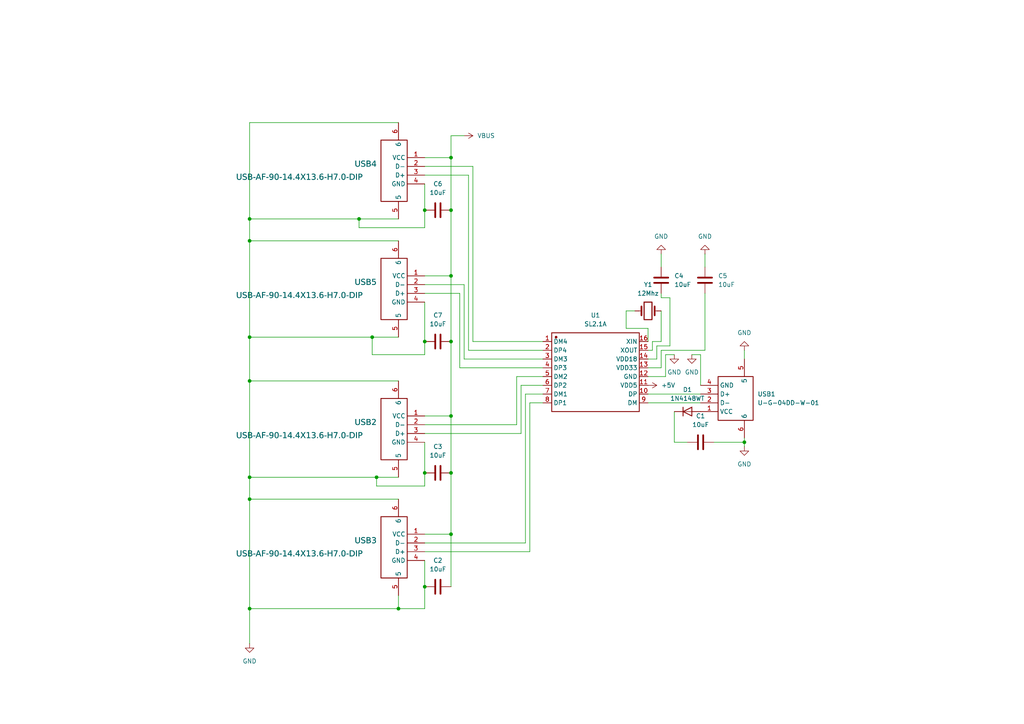
<source format=kicad_sch>
(kicad_sch (version 20250114) (generator "eeschema") (generator_version "9.0")
  (paper "A4")
  (lib_symbols
    (symbol "CoreChips SL2.1A:SL2.1A"
      (property "Reference" "U?" (at 0 0 0))
      (property "Value" "SL2.1A" (at 0 0 0))
      (symbol "SL2.1A_0_0"
        (rectangle (start -12.7 11.43) (end 12.7 -11.43) (stroke (width 0.254)))
        (circle (center -11.43 10.16) (radius 0.254) (stroke (width 0.254)) (fill (type outline)))
        (pin unspecified line (at -15.24 8.89 0) (length 2.54) (name "DM4") (number "1"))
        (pin unspecified line (at -15.24 6.35 0) (length 2.54) (name "DP4") (number "2"))
        (pin unspecified line (at -15.24 3.81 0) (length 2.54) (name "DM3") (number "3"))
        (pin unspecified line (at -15.24 1.27 0) (length 2.54) (name "DP3") (number "4"))
        (pin unspecified line (at -15.24 -1.27 0) (length 2.54) (name "DM2") (number "5"))
        (pin unspecified line (at -15.24 -3.81 0) (length 2.54) (name "DP2") (number "6"))
        (pin unspecified line (at -15.24 -6.35 0) (length 2.54) (name "DM1") (number "7"))
        (pin unspecified line (at -15.24 -8.89 0) (length 2.54) (name "DP1") (number "8"))
        (pin unspecified line (at 15.24 8.89 180) (length 2.54) (name "XIN") (number "16"))
        (pin unspecified line (at 15.24 6.35 180) (length 2.54) (name "XOUT") (number "15"))
        (pin unspecified line (at 15.24 3.81 180) (length 2.54) (name "VDD18") (number "14"))
        (pin unspecified line (at 15.24 1.27 180) (length 2.54) (name "VDD33") (number "13"))
        (pin unspecified line (at 15.24 -1.27 180) (length 2.54) (name "GND") (number "12"))
        (pin unspecified line (at 15.24 -3.81 180) (length 2.54) (name "VDD5") (number "11"))
        (pin unspecified line (at 15.24 -6.35 180) (length 2.54) (name "DP") (number "10"))
        (pin unspecified line (at 15.24 -8.89 180) (length 2.54) (name "DM") (number "9"))
      )
    )
    (symbol "Device:C" (pin_numbers (hide yes)) (pin_names (offset 0.254))
      (property "Reference" "C" (at 0.635 2.54 0))
      (property "Value" "C" (at 0.635 -2.54 0))
      (symbol "C_0_1"
        (polyline (pts (xy -2.032 0.762) (xy 2.032 0.762)) (stroke (width 0.508)))
        (polyline (pts (xy -2.032 -0.762) (xy 2.032 -0.762)) (stroke (width 0.508)))
      )
      (symbol "C_1_1"
        (pin passive line (at 0 3.81 270) (length 2.794) (name "~") (number "1"))
        (pin passive line (at 0 -3.81 90) (length 2.794) (name "~") (number "2"))
      )
    )
    (symbol "Device:Crystal" (pin_numbers (hide yes)) (pin_names (offset 1.016) (hide yes))
      (property "Reference" "Y" (at 0 3.81 0))
      (property "Value" "Crystal" (at 0 -3.81 0))
      (symbol "Crystal_0_1"
        (polyline (pts (xy -2.54 0) (xy -1.905 0)))
        (polyline (pts (xy -1.905 -1.27) (xy -1.905 1.27)) (stroke (width 0.508)))
        (rectangle (start -1.143 2.54) (end 1.143 -2.54) (stroke (width 0.3048)))
        (polyline (pts (xy 1.905 -1.27) (xy 1.905 1.27)) (stroke (width 0.508)))
        (polyline (pts (xy 2.54 0) (xy 1.905 0)))
      )
      (symbol "Crystal_1_1"
        (pin passive line (at -3.81 0 0) (length 1.27) (name "1") (number "1"))
        (pin passive line (at 3.81 0 180) (length 1.27) (name "2") (number "2"))
      )
    )
    (symbol "Diode:1N4148WT" (pin_numbers (hide yes)) (pin_names (hide yes))
      (property "Reference" "D" (at 0 2.54 0))
      (property "Value" "1N4148WT" (at 0 -2.54 0))
      (symbol "1N4148WT_0_1"
        (polyline (pts (xy -1.27 1.27) (xy -1.27 -1.27)) (stroke (width 0.254)))
        (polyline (pts (xy 1.27 1.27) (xy 1.27 -1.27) (xy -1.27 0) (xy 1.27 1.27)) (stroke (width 0.254)))
        (polyline (pts (xy 1.27 0) (xy -1.27 0)))
      )
      (symbol "1N4148WT_1_1"
        (pin passive line (at -3.81 0 0) (length 2.54) (name "K") (number "1"))
        (pin passive line (at 3.81 0 180) (length 2.54) (name "A") (number "2"))
      )
    )
    (symbol "Jing Extension of the Electronic Co. 903-131A1011D10100:USB-AF-90-14.4X13.6-H7.0-DIP"
      (property "Reference" "USB" (at -1.8034 12.3571 0))
      (property "Value" "USB-AF-90-14.4X13.6-H7.0-DIP" (at -1.8034 10.0711 0))
      (symbol "USB-AF-90-14.4X13.6-H7.0-DIP_0_0"
        (rectangle (start -7.62 7.62) (end 10.16 0) (stroke (width 0.254)))
        (pin unspecified line (at -12.7 2.54 0) (length 5.08) (name "5") (number "5"))
        (pin unspecified line (at -2.54 -5.08 90) (length 5.08) (name "GND") (number "4"))
        (pin unspecified line (at 0 -5.08 90) (length 5.08) (name "D+") (number "3"))
        (pin unspecified line (at 2.54 -5.08 90) (length 5.08) (name "D-") (number "2"))
        (pin unspecified line (at 5.08 -5.08 90) (length 5.08) (name "VCC") (number "1"))
        (pin unspecified line (at 15.24 2.54 180) (length 5.08) (name "6") (number "6"))
      )
    )
    (symbol "SCHLIB_U-G-04DD-W-01_2025-11-23:U-G-04DD-W-01"
      (property "Reference" "USB?" (at 0 0 0))
      (property "Value" "U-G-04DD-W-01" (at 0 0 0))
      (symbol "U-G-04DD-W-01_0_0"
        (rectangle (start -8.89 6.35) (end 1.27 -6.35) (stroke (width 0.254)))
        (pin unspecified line (at -6.35 11.43 270) (length 5.08) (name "6") (number "6"))
        (pin unspecified line (at -6.35 -11.43 90) (length 5.08) (name "5") (number "5"))
        (pin unspecified line (at 6.35 3.81 180) (length 5.08) (name "VCC") (number "1"))
        (pin unspecified line (at 6.35 1.27 180) (length 5.08) (name "D-") (number "2"))
        (pin unspecified line (at 6.35 -1.27 180) (length 5.08) (name "D+") (number "3"))
        (pin unspecified line (at 6.35 -3.81 180) (length 5.08) (name "GND") (number "4"))
      )
    )
    (symbol "power:+5V" (power) (pin_numbers (hide yes)) (pin_names (offset 0) (hide yes))
      (property "Value" "+5V" (at 0 3.556 0))
      (symbol "+5V_0_1"
        (polyline (pts (xy -0.762 1.27) (xy 0 2.54)))
        (polyline (pts (xy 0 2.54) (xy 0.762 1.27)))
        (polyline (pts (xy 0 0) (xy 0 2.54)))
      )
      (symbol "+5V_1_1"
        (pin power_in line (at 0 0 90) (length 0) (name "~") (number "1"))
      )
    )
    (symbol "power:GND" (power) (pin_numbers (hide yes)) (pin_names (offset 0) (hide yes))
      (property "Value" "GND" (at 0 -3.81 0))
      (symbol "GND_0_1"
        (polyline (pts (xy 0 0) (xy 0 -1.27) (xy 1.27 -1.27) (xy 0 -2.54) (xy -1.27 -1.27) (xy 0 -1.27)))
      )
      (symbol "GND_1_1"
        (pin power_in line (at 0 0 270) (length 0) (name "~") (number "1"))
      )
    )
    (symbol "power:VBUS" (power) (pin_numbers (hide yes)) (pin_names (offset 0) (hide yes))
      (property "Value" "VBUS" (at 0 3.556 0))
      (symbol "VBUS_0_1"
        (polyline (pts (xy -0.762 1.27) (xy 0 2.54)))
        (polyline (pts (xy 0 2.54) (xy 0.762 1.27)))
        (polyline (pts (xy 0 0) (xy 0 2.54)))
      )
      (symbol "VBUS_1_1"
        (pin power_in line (at 0 0 90) (length 0) (name "~") (number "1"))
      )
    )
  )
  (junction (at 123.19 170.18))
  (junction (at 130.81 60.96))
  (junction (at 130.81 80.01))
  (junction (at 72.39 97.79))
  (junction (at 72.39 110.49))
  (junction (at 72.39 63.5))
  (junction (at 72.39 138.43))
  (junction (at 123.19 99.06))
  (junction (at 123.19 137.16))
  (junction (at 72.39 69.85))
  (junction (at 72.39 144.78))
  (junction (at 130.81 137.16))
  (junction (at 107.95 97.79))
  (junction (at 115.57 176.53))
  (junction (at 104.14 63.5))
  (junction (at 130.81 154.94))
  (junction (at 130.81 120.65))
  (junction (at 123.19 60.96))
  (junction (at 215.9 128.27))
  (junction (at 130.81 99.06))
  (junction (at 109.22 138.43))
  (junction (at 130.81 45.72))
  (junction (at 72.39 176.53))
  (wire (pts (xy 189.23 99.06) (xy 191.77 99.06)))
  (wire (pts (xy 207.01 128.27) (xy 215.9 128.27)))
  (wire (pts (xy 130.81 120.65) (xy 130.81 137.16)))
  (wire (pts (xy 123.19 120.65) (xy 130.81 120.65)))
  (wire (pts (xy 130.81 154.94) (xy 130.81 170.18)))
  (wire (pts (xy 215.9 127) (xy 215.9 128.27)))
  (wire (pts (xy 191.77 101.6) (xy 204.47 101.6)))
  (wire (pts (xy 157.48 109.22) (xy 149.86 109.22)))
  (wire (pts (xy 72.39 144.78) (xy 72.39 176.53)))
  (wire (pts (xy 134.62 82.55) (xy 134.62 104.14)))
  (wire (pts (xy 181.61 90.17) (xy 184.15 90.17)))
  (wire (pts (xy 152.4 157.48) (xy 152.4 114.3)))
  (wire (pts (xy 137.16 48.26) (xy 123.19 48.26)))
  (wire (pts (xy 109.22 138.43) (xy 72.39 138.43)))
  (wire (pts (xy 72.39 63.5) (xy 72.39 69.85)))
  (wire (pts (xy 130.81 39.37) (xy 134.62 39.37)))
  (wire (pts (xy 123.19 128.27) (xy 123.19 137.16)))
  (wire (pts (xy 123.19 157.48) (xy 152.4 157.48)))
  (wire (pts (xy 123.19 66.04) (xy 104.14 66.04)))
  (wire (pts (xy 153.67 116.84) (xy 157.48 116.84)))
  (wire (pts (xy 123.19 102.87) (xy 107.95 102.87)))
  (wire (pts (xy 151.13 125.73) (xy 151.13 111.76)))
  (wire (pts (xy 137.16 99.06) (xy 137.16 48.26)))
  (wire (pts (xy 123.19 99.06) (xy 123.19 102.87)))
  (wire (pts (xy 115.57 97.79) (xy 107.95 97.79)))
  (wire (pts (xy 123.19 170.18) (xy 123.19 176.53)))
  (wire (pts (xy 135.89 101.6) (xy 157.48 101.6)))
  (wire (pts (xy 115.57 138.43) (xy 109.22 138.43)))
  (wire (pts (xy 72.39 35.56) (xy 72.39 63.5)))
  (wire (pts (xy 215.9 101.6) (xy 215.9 104.14)))
  (wire (pts (xy 107.95 102.87) (xy 107.95 97.79)))
  (wire (pts (xy 115.57 35.56) (xy 72.39 35.56)))
  (wire (pts (xy 187.96 114.3) (xy 203.2 114.3)))
  (wire (pts (xy 149.86 109.22) (xy 149.86 123.19)))
  (wire (pts (xy 109.22 138.43) (xy 109.22 140.97)))
  (wire (pts (xy 72.39 138.43) (xy 72.39 144.78)))
  (wire (pts (xy 130.81 45.72) (xy 130.81 39.37)))
  (wire (pts (xy 193.04 102.87) (xy 193.04 109.22)))
  (wire (pts (xy 191.77 73.66) (xy 191.77 77.47)))
  (wire (pts (xy 130.81 137.16) (xy 130.81 154.94)))
  (wire (pts (xy 195.58 102.87) (xy 193.04 102.87)))
  (wire (pts (xy 123.19 140.97) (xy 109.22 140.97)))
  (wire (pts (xy 135.89 50.8) (xy 135.89 101.6)))
  (wire (pts (xy 191.77 90.17) (xy 191.77 99.06)))
  (wire (pts (xy 123.19 53.34) (xy 123.19 60.96)))
  (wire (pts (xy 193.04 109.22) (xy 187.96 109.22)))
  (wire (pts (xy 187.96 101.6) (xy 189.23 101.6)))
  (wire (pts (xy 115.57 144.78) (xy 72.39 144.78)))
  (wire (pts (xy 190.5 100.33) (xy 194.31 100.33)))
  (wire (pts (xy 123.19 160.02) (xy 153.67 160.02)))
  (wire (pts (xy 189.23 101.6) (xy 189.23 99.06)))
  (wire (pts (xy 191.77 86.36) (xy 191.77 85.09)))
  (wire (pts (xy 195.58 128.27) (xy 199.39 128.27)))
  (wire (pts (xy 204.47 73.66) (xy 204.47 77.47)))
  (wire (pts (xy 204.47 85.09) (xy 204.47 101.6)))
  (wire (pts (xy 191.77 106.68) (xy 191.77 101.6)))
  (wire (pts (xy 187.96 99.06) (xy 187.96 95.25)))
  (wire (pts (xy 157.48 99.06) (xy 137.16 99.06)))
  (wire (pts (xy 115.57 172.72) (xy 115.57 176.53)))
  (wire (pts (xy 123.19 154.94) (xy 130.81 154.94)))
  (wire (pts (xy 104.14 66.04) (xy 104.14 63.5)))
  (wire (pts (xy 123.19 80.01) (xy 130.81 80.01)))
  (wire (pts (xy 123.19 50.8) (xy 135.89 50.8)))
  (wire (pts (xy 194.31 100.33) (xy 194.31 86.36)))
  (wire (pts (xy 123.19 82.55) (xy 134.62 82.55)))
  (wire (pts (xy 203.2 111.76) (xy 203.2 102.87)))
  (wire (pts (xy 130.81 99.06) (xy 130.81 120.65)))
  (wire (pts (xy 187.96 116.84) (xy 203.2 116.84)))
  (wire (pts (xy 190.5 104.14) (xy 190.5 100.33)))
  (wire (pts (xy 194.31 86.36) (xy 191.77 86.36)))
  (wire (pts (xy 187.96 104.14) (xy 190.5 104.14)))
  (wire (pts (xy 107.95 97.79) (xy 72.39 97.79)))
  (wire (pts (xy 115.57 176.53) (xy 72.39 176.53)))
  (wire (pts (xy 195.58 119.38) (xy 195.58 128.27)))
  (wire (pts (xy 115.57 110.49) (xy 72.39 110.49)))
  (wire (pts (xy 215.9 128.27) (xy 215.9 129.54)))
  (wire (pts (xy 104.14 63.5) (xy 72.39 63.5)))
  (wire (pts (xy 123.19 60.96) (xy 123.19 66.04)))
  (wire (pts (xy 187.96 95.25) (xy 181.61 95.25)))
  (wire (pts (xy 123.19 87.63) (xy 123.19 99.06)))
  (wire (pts (xy 130.81 60.96) (xy 130.81 80.01)))
  (wire (pts (xy 134.62 104.14) (xy 157.48 104.14)))
  (wire (pts (xy 72.39 176.53) (xy 72.39 186.69)))
  (wire (pts (xy 72.39 69.85) (xy 72.39 97.79)))
  (wire (pts (xy 123.19 125.73) (xy 151.13 125.73)))
  (wire (pts (xy 133.35 85.09) (xy 133.35 106.68)))
  (wire (pts (xy 115.57 63.5) (xy 104.14 63.5)))
  (wire (pts (xy 123.19 162.56) (xy 123.19 170.18)))
  (wire (pts (xy 115.57 69.85) (xy 72.39 69.85)))
  (wire (pts (xy 123.19 85.09) (xy 133.35 85.09)))
  (wire (pts (xy 152.4 114.3) (xy 157.48 114.3)))
  (wire (pts (xy 123.19 45.72) (xy 130.81 45.72)))
  (wire (pts (xy 153.67 160.02) (xy 153.67 116.84)))
  (wire (pts (xy 181.61 95.25) (xy 181.61 90.17)))
  (wire (pts (xy 203.2 102.87) (xy 200.66 102.87)))
  (wire (pts (xy 130.81 60.96) (xy 130.81 45.72)))
  (wire (pts (xy 151.13 111.76) (xy 157.48 111.76)))
  (wire (pts (xy 133.35 106.68) (xy 157.48 106.68)))
  (wire (pts (xy 72.39 110.49) (xy 72.39 138.43)))
  (wire (pts (xy 149.86 123.19) (xy 123.19 123.19)))
  (wire (pts (xy 123.19 137.16) (xy 123.19 140.97)))
  (wire (pts (xy 130.81 80.01) (xy 130.81 99.06)))
  (wire (pts (xy 187.96 106.68) (xy 191.77 106.68)))
  (wire (pts (xy 72.39 97.79) (xy 72.39 110.49)))
  (wire (pts (xy 123.19 176.53) (xy 115.57 176.53)))
  (symbol (lib_id "Jing Extension of the Electronic Co. 903-131A1011D10100:USB-AF-90-14.4X13.6-H7.0-DIP") (at 118.11 50.8 90) (unit 1)
    (property "Reference" "USB4" (at 109.22 47.6249 90) (effects (font (size 1.6891 1.6891)) (justify left)))
    (property "Value" "USB-AF-90-14.4X13.6-H7.0-DIP" (at 109.22 51.4349 90) (effects (font (size 1.6891 1.6891)) (justify left)))
    (property "Footprint" "Jing Extension of the Electronic Co. 903-131A1011D10100:USB-A-TH_C46407" (effects (hide yes)))
    (property "Manufacturer Part" "903-131A1011D10100" (effects (hide yes)))
    (property "Manufacturer" "精拓金" (effects (hide yes)))
    (property "Supplier Part" "C46407" (effects (hide yes)))
    (property "Supplier" "LCSC" (effects (hide yes)))
  )
  (symbol (lib_id "power:+5V") (at 187.96 111.76 270) (unit 1)
    (property "Reference" "#PWR01" (effects (hide yes)))
    (property "Value" "+5V" (at 191.77 111.7599 90) (effects (justify left)))
    (property "Description" "Power symbol creates a global label with name \"+5V\"" (effects (hide yes)))
  )
  (symbol (lib_id "Device:Crystal") (at 187.96 90.17 0) (unit 1)
    (property "Reference" "Y1" (at 187.96 82.55 0))
    (property "Value" "12Mhz" (at 187.96 85.09 0))
    (property "Footprint" "Crystal:Crystal_SMD_0603-2Pin_6.0x3.5mm_HandSoldering" (effects (hide yes)))
    (property "Description" "Two pin crystal" (effects (hide yes)))
  )
  (symbol (lib_id "power:GND") (at 72.39 186.69 0) (unit 1)
    (property "Reference" "#PWR07" (effects (hide yes)))
    (property "Value" "GND" (at 72.39 191.77 0))
    (property "Description" "Power symbol creates a global label with name \"GND\" , ground" (effects (hide yes)))
  )
  (symbol (lib_id "Jing Extension of the Electronic Co. 903-131A1011D10100:USB-AF-90-14.4X13.6-H7.0-DIP") (at 118.11 160.02 90) (unit 1)
    (property "Reference" "USB3" (at 109.22 156.8449 90) (effects (font (size 1.6891 1.6891)) (justify left)))
    (property "Value" "USB-AF-90-14.4X13.6-H7.0-DIP" (at 109.22 160.6549 90) (effects (font (size 1.6891 1.6891)) (justify left)))
    (property "Footprint" "Jing Extension of the Electronic Co. 903-131A1011D10100:USB-A-TH_C46407" (effects (hide yes)))
    (property "Manufacturer Part" "903-131A1011D10100" (effects (hide yes)))
    (property "Manufacturer" "精拓金" (effects (hide yes)))
    (property "Supplier Part" "C46407" (effects (hide yes)))
    (property "Supplier" "LCSC" (effects (hide yes)))
  )
  (symbol (lib_id "power:GND") (at 215.9 129.54 0) (unit 1)
    (property "Reference" "#PWR06" (effects (hide yes)))
    (property "Value" "GND" (at 215.9 134.62 0))
    (property "Description" "Power symbol creates a global label with name \"GND\" , ground" (effects (hide yes)))
  )
  (symbol (lib_id "Device:C") (at 127 99.06 270) (unit 1)
    (property "Reference" "C7" (at 127 91.44 90))
    (property "Value" "10uF" (at 127 93.98 90))
    (property "Footprint" "Capacitor_SMD:C_0201_0603Metric_Pad0.64x0.40mm_HandSolder" (effects (hide yes)))
    (property "Description" "Unpolarized capacitor" (effects (hide yes)))
  )
  (symbol (lib_id "Device:C") (at 127 170.18 270) (unit 1)
    (property "Reference" "C2" (at 127 162.56 90))
    (property "Value" "10uF" (at 127 165.1 90))
    (property "Footprint" "Capacitor_SMD:C_0201_0603Metric_Pad0.64x0.40mm_HandSolder" (effects (hide yes)))
    (property "Description" "Unpolarized capacitor" (effects (hide yes)))
  )
  (symbol (lib_id "SCHLIB_U-G-04DD-W-01_2025-11-23:U-G-04DD-W-01") (at 209.55 115.57 180) (unit 1)
    (property "Reference" "USB1" (at 219.71 114.2999 0) (effects (justify right)))
    (property "Value" "U-G-04DD-W-01" (at 219.71 116.8399 0) (effects (justify right)))
    (property "Footprint" "PCBLIB_USB-A-TH_U-G-04WD-W-01_2025-11-23 (1):USB-A-TH_U-G-04WD-W-01" (effects (hide yes)))
    (property "Manufacturer Part" "U-G-O4DD-W-1" (effects (hide yes)))
    (property "Manufacturer" "韩国韩荣" (effects (hide yes)))
    (property "Supplier Part" "C98125" (effects (hide yes)))
    (property "Supplier" "LCSC" (effects (hide yes)))
  )
  (symbol (lib_id "Device:C") (at 127 137.16 270) (unit 1)
    (property "Reference" "C3" (at 127 129.54 90))
    (property "Value" "10uF" (at 127 132.08 90))
    (property "Footprint" "Capacitor_SMD:C_0201_0603Metric_Pad0.64x0.40mm_HandSolder" (effects (hide yes)))
    (property "Description" "Unpolarized capacitor" (effects (hide yes)))
  )
  (symbol (lib_id "power:VBUS") (at 134.62 39.37 270) (unit 1)
    (property "Reference" "#PWR08" (effects (hide yes)))
    (property "Value" "VBUS" (at 138.43 39.3699 90) (effects (justify left)))
    (property "Description" "Power symbol creates a global label with name \"VBUS\"" (effects (hide yes)))
  )
  (symbol (lib_id "power:GND") (at 191.77 73.66 180) (unit 1)
    (property "Reference" "#PWR012" (effects (hide yes)))
    (property "Value" "GND" (at 191.77 68.58 0))
    (property "Description" "Power symbol creates a global label with name \"GND\" , ground" (effects (hide yes)))
  )
  (symbol (lib_id "Device:C") (at 191.77 81.28 180) (unit 1)
    (property "Reference" "C4" (at 195.58 80.0099 0) (effects (justify right)))
    (property "Value" "10uF" (at 195.58 82.5499 0) (effects (justify right)))
    (property "Footprint" "Capacitor_SMD:C_0201_0603Metric_Pad0.64x0.40mm_HandSolder" (effects (hide yes)))
    (property "Description" "Unpolarized capacitor" (effects (hide yes)))
  )
  (symbol (lib_id "CoreChips SL2.1A:SL2.1A") (at 172.72 107.95 0) (unit 1)
    (property "Reference" "U1" (at 172.72 91.44 0))
    (property "Value" "SL2.1A" (at 172.72 93.98 0))
    (property "Footprint" "CoreChips SL2.1A:SOP-16_L10.0-W3.9-P1.27-LS6.0-BL" (effects (hide yes)))
    (property "Manufacturer Part" "SL2.1A" (effects (hide yes)))
    (property "Manufacturer" "CoreChips(和芯润德)" (effects (hide yes)))
    (property "Supplier Part" "C192893" (effects (hide yes)))
    (property "Supplier" "LCSC" (effects (hide yes)))
  )
  (symbol (lib_id "Jing Extension of the Electronic Co. 903-131A1011D10100:USB-AF-90-14.4X13.6-H7.0-DIP") (at 118.11 85.09 90) (unit 1)
    (property "Reference" "USB5" (at 109.22 81.9149 90) (effects (font (size 1.6891 1.6891)) (justify left)))
    (property "Value" "USB-AF-90-14.4X13.6-H7.0-DIP" (at 109.22 85.7249 90) (effects (font (size 1.6891 1.6891)) (justify left)))
    (property "Footprint" "Jing Extension of the Electronic Co. 903-131A1011D10100:USB-A-TH_C46407" (effects (hide yes)))
    (property "Manufacturer Part" "903-131A1011D10100" (effects (hide yes)))
    (property "Manufacturer" "精拓金" (effects (hide yes)))
    (property "Supplier Part" "C46407" (effects (hide yes)))
    (property "Supplier" "LCSC" (effects (hide yes)))
  )
  (symbol (lib_id "Device:C") (at 204.47 81.28 180) (unit 1)
    (property "Reference" "C5" (at 208.28 80.0099 0) (effects (justify right)))
    (property "Value" "10uF" (at 208.28 82.5499 0) (effects (justify right)))
    (property "Footprint" "Capacitor_SMD:C_0201_0603Metric_Pad0.64x0.40mm_HandSolder" (effects (hide yes)))
    (property "Description" "Unpolarized capacitor" (effects (hide yes)))
  )
  (symbol (lib_id "power:GND") (at 215.9 101.6 180) (unit 1)
    (property "Reference" "#PWR05" (effects (hide yes)))
    (property "Value" "GND" (at 215.9 96.52 0))
    (property "Description" "Power symbol creates a global label with name \"GND\" , ground" (effects (hide yes)))
  )
  (symbol (lib_id "power:GND") (at 204.47 73.66 180) (unit 1)
    (property "Reference" "#PWR02" (effects (hide yes)))
    (property "Value" "GND" (at 204.47 68.58 0))
    (property "Description" "Power symbol creates a global label with name \"GND\" , ground" (effects (hide yes)))
  )
  (symbol (lib_id "Diode:1N4148WT") (at 199.39 119.38 0) (unit 1)
    (property "Reference" "D1" (at 199.39 113.03 0))
    (property "Value" "1N4148WT" (at 199.39 115.57 0))
    (property "Footprint" "Diode_SMD:D_SOD-523" (effects (hide yes)))
    (property "Datasheet" "https://www.diodes.com/assets/Datasheets/ds30396.pdf" (effects (hide yes)))
    (property "Description" "75V 0.15A Fast switching Diode, SOD-523" (effects (hide yes)))
    (property "Sim.Device" "D" (effects (hide yes)))
    (property "Sim.Pins" "1=K 2=A" (effects (hide yes)))
  )
  (symbol (lib_id "power:GND") (at 195.58 102.87 0) (unit 1)
    (property "Reference" "#PWR04" (effects (hide yes)))
    (property "Value" "GND" (at 195.58 107.95 0))
    (property "Description" "Power symbol creates a global label with name \"GND\" , ground" (effects (hide yes)))
  )
  (symbol (lib_id "Device:C") (at 127 60.96 270) (unit 1)
    (property "Reference" "C6" (at 127 53.34 90))
    (property "Value" "10uF" (at 127 55.88 90))
    (property "Footprint" "Capacitor_SMD:C_0201_0603Metric_Pad0.64x0.40mm_HandSolder" (effects (hide yes)))
    (property "Description" "Unpolarized capacitor" (effects (hide yes)))
  )
  (symbol (lib_id "Jing Extension of the Electronic Co. 903-131A1011D10100:USB-AF-90-14.4X13.6-H7.0-DIP") (at 118.11 125.73 90) (unit 1)
    (property "Reference" "USB2" (at 109.22 122.5549 90) (effects (font (size 1.6891 1.6891)) (justify left)))
    (property "Value" "USB-AF-90-14.4X13.6-H7.0-DIP" (at 109.22 126.3649 90) (effects (font (size 1.6891 1.6891)) (justify left)))
    (property "Footprint" "Jing Extension of the Electronic Co. 903-131A1011D10100:USB-A-TH_C46407" (effects (hide yes)))
    (property "Manufacturer Part" "903-131A1011D10100" (effects (hide yes)))
    (property "Manufacturer" "精拓金" (effects (hide yes)))
    (property "Supplier Part" "C46407" (effects (hide yes)))
    (property "Supplier" "LCSC" (effects (hide yes)))
  )
  (symbol (lib_id "Device:C") (at 203.2 128.27 90) (unit 1)
    (property "Reference" "C1" (at 203.2 120.65 90))
    (property "Value" "10uF" (at 203.2 123.19 90))
    (property "Footprint" "Capacitor_SMD:C_0201_0603Metric_Pad0.64x0.40mm_HandSolder" (effects (hide yes)))
    (property "Description" "Unpolarized capacitor" (effects (hide yes)))
  )
  (symbol (lib_id "power:GND") (at 200.66 102.87 0) (unit 1)
    (property "Reference" "#PWR03" (effects (hide yes)))
    (property "Value" "GND" (at 200.66 107.95 0))
    (property "Description" "Power symbol creates a global label with name \"GND\" , ground" (effects (hide yes)))
  )
)
</source>
